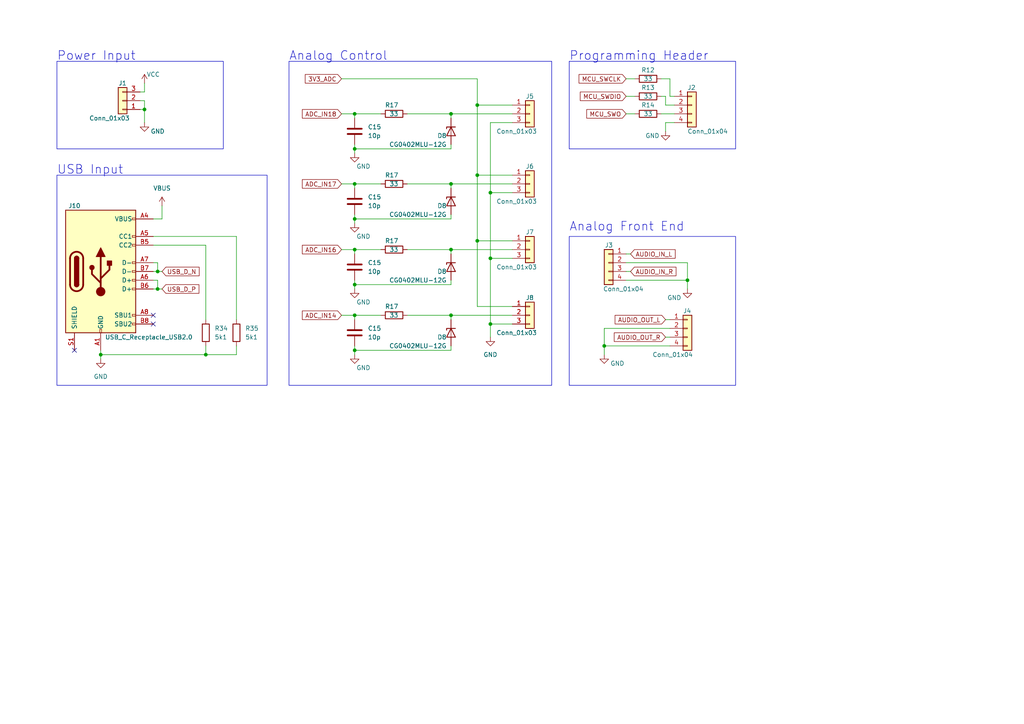
<source format=kicad_sch>
(kicad_sch (version 20230121) (generator eeschema)
  (paper "A4")
  (lib_symbols
    (symbol "Connector:USB_C_Receptacle_USB2.0" (pin_names (offset 1.016))
      (property "Reference" "J" (at -10.16 19.05 0))
      (property "Value" "USB_C_Receptacle_USB2.0" (at 19.05 19.05 0))
      (symbol "USB_C_Receptacle_USB2.0_0_0"
        (rectangle (start -0.254 -17.78) (end 0.254 -16.764))
        (rectangle (start 10.16 -14.986) (end 9.144 -15.494))
        (rectangle (start 10.16 -12.446) (end 9.144 -12.954))
        (rectangle (start 10.16 -4.826) (end 9.144 -5.334))
        (rectangle (start 10.16 -2.286) (end 9.144 -2.794))
        (rectangle (start 10.16 0.254) (end 9.144 -0.254))
        (rectangle (start 10.16 2.794) (end 9.144 2.286))
        (rectangle (start 10.16 7.874) (end 9.144 7.366))
        (rectangle (start 10.16 10.414) (end 9.144 9.906))
        (rectangle (start 10.16 15.494) (end 9.144 14.986))
      )
      (symbol "USB_C_Receptacle_USB2.0_0_1"
        (rectangle (start -10.16 17.78) (end 10.16 -17.78) (stroke (width 0.254)) (fill (type background)))
        (arc (start -8.89 -3.81) (mid -6.985 -5.7067) (end -5.08 -3.81) (stroke (width 0.508)))
        (arc (start -7.62 -3.81) (mid -6.985 -4.4423) (end -6.35 -3.81) (stroke (width 0.254)))
        (arc (start -7.62 -3.81) (mid -6.985 -4.4423) (end -6.35 -3.81) (stroke (width 0.254)) (fill (type outline)))
        (rectangle (start -7.62 -3.81) (end -6.35 3.81) (stroke (width 0.254)) (fill (type outline)))
        (arc (start -6.35 3.81) (mid -6.985 4.4423) (end -7.62 3.81) (stroke (width 0.254)))
        (arc (start -6.35 3.81) (mid -6.985 4.4423) (end -7.62 3.81) (stroke (width 0.254)) (fill (type outline)))
        (arc (start -5.08 3.81) (mid -6.985 5.7067) (end -8.89 3.81) (stroke (width 0.508)))
        (circle (center -2.54 1.143) (radius 0.635) (stroke (width 0.254)) (fill (type outline)))
        (circle (center 0 -5.842) (radius 1.27) (fill (type outline)))
        (polyline (pts (xy -8.89 -3.81) (xy -8.89 3.81)) (stroke (width 0.508)))
        (polyline (pts (xy -5.08 3.81) (xy -5.08 -3.81)) (stroke (width 0.508)))
        (polyline (pts (xy 0 -5.842) (xy 0 4.318)) (stroke (width 0.508)))
        (polyline (pts (xy 0 -3.302) (xy -2.54 -0.762) (xy -2.54 0.508)) (stroke (width 0.508)))
        (polyline (pts (xy 0 -2.032) (xy 2.54 0.508) (xy 2.54 1.778)) (stroke (width 0.508)))
        (polyline (pts (xy -1.27 4.318) (xy 0 6.858) (xy 1.27 4.318) (xy -1.27 4.318)) (stroke (width 0.254)) (fill (type outline)))
        (rectangle (start 1.905 1.778) (end 3.175 3.048) (stroke (width 0.254)) (fill (type outline)))
      )
      (symbol "USB_C_Receptacle_USB2.0_1_1"
        (pin passive line (at 0 -22.86 90) (length 5.08) (name "GND") (number "A1"))
        (pin passive line (at 0 -22.86 90) (length 5.08) hide (name "GND") (number "A12"))
        (pin passive line (at 15.24 15.24 180) (length 5.08) (name "VBUS") (number "A4"))
        (pin bidirectional line (at 15.24 10.16 180) (length 5.08) (name "CC1") (number "A5"))
        (pin bidirectional line (at 15.24 -2.54 180) (length 5.08) (name "D+") (number "A6"))
        (pin bidirectional line (at 15.24 2.54 180) (length 5.08) (name "D-") (number "A7"))
        (pin bidirectional line (at 15.24 -12.7 180) (length 5.08) (name "SBU1") (number "A8"))
        (pin passive line (at 15.24 15.24 180) (length 5.08) hide (name "VBUS") (number "A9"))
        (pin passive line (at 0 -22.86 90) (length 5.08) hide (name "GND") (number "B1"))
        (pin passive line (at 0 -22.86 90) (length 5.08) hide (name "GND") (number "B12"))
        (pin passive line (at 15.24 15.24 180) (length 5.08) hide (name "VBUS") (number "B4"))
        (pin bidirectional line (at 15.24 7.62 180) (length 5.08) (name "CC2") (number "B5"))
        (pin bidirectional line (at 15.24 -5.08 180) (length 5.08) (name "D+") (number "B6"))
        (pin bidirectional line (at 15.24 0 180) (length 5.08) (name "D-") (number "B7"))
        (pin bidirectional line (at 15.24 -15.24 180) (length 5.08) (name "SBU2") (number "B8"))
        (pin passive line (at 15.24 15.24 180) (length 5.08) hide (name "VBUS") (number "B9"))
        (pin passive line (at -7.62 -22.86 90) (length 5.08) (name "SHIELD") (number "S1"))
      )
    )
    (symbol "Connector_Generic:Conn_01x03" (pin_names (offset 1.016) hide)
      (property "Reference" "J" (at 0 5.08 0))
      (property "Value" "Conn_01x03" (at 0 -5.08 0))
      (symbol "Conn_01x03_1_1"
        (rectangle (start -1.27 -2.413) (end 0 -2.667) (stroke (width 0.1524)))
        (rectangle (start -1.27 0.127) (end 0 -0.127) (stroke (width 0.1524)))
        (rectangle (start -1.27 2.667) (end 0 2.413) (stroke (width 0.1524)))
        (rectangle (start -1.27 3.81) (end 1.27 -3.81) (stroke (width 0.254)) (fill (type background)))
        (pin passive line (at -5.08 2.54 0) (length 3.81) (name "Pin_1") (number "1"))
        (pin passive line (at -5.08 0 0) (length 3.81) (name "Pin_2") (number "2"))
        (pin passive line (at -5.08 -2.54 0) (length 3.81) (name "Pin_3") (number "3"))
      )
    )
    (symbol "Connector_Generic:Conn_01x04" (pin_names (offset 1.016) hide)
      (property "Reference" "J" (at 0 5.08 0))
      (property "Value" "Conn_01x04" (at 0 -7.62 0))
      (symbol "Conn_01x04_1_1"
        (rectangle (start -1.27 -4.953) (end 0 -5.207) (stroke (width 0.1524)))
        (rectangle (start -1.27 -2.413) (end 0 -2.667) (stroke (width 0.1524)))
        (rectangle (start -1.27 0.127) (end 0 -0.127) (stroke (width 0.1524)))
        (rectangle (start -1.27 2.667) (end 0 2.413) (stroke (width 0.1524)))
        (rectangle (start -1.27 3.81) (end 1.27 -6.35) (stroke (width 0.254)) (fill (type background)))
        (pin passive line (at -5.08 2.54 0) (length 3.81) (name "Pin_1") (number "1"))
        (pin passive line (at -5.08 0 0) (length 3.81) (name "Pin_2") (number "2"))
        (pin passive line (at -5.08 -2.54 0) (length 3.81) (name "Pin_3") (number "3"))
        (pin passive line (at -5.08 -5.08 0) (length 3.81) (name "Pin_4") (number "4"))
      )
    )
    (symbol "Device:C" (pin_numbers hide) (pin_names (offset 0.254))
      (property "Reference" "C" (at 0.635 2.54 0))
      (property "Value" "C" (at 0.635 -2.54 0))
      (symbol "C_0_1"
        (polyline (pts (xy -2.032 -0.762) (xy 2.032 -0.762)) (stroke (width 0.508)))
        (polyline (pts (xy -2.032 0.762) (xy 2.032 0.762)) (stroke (width 0.508)))
      )
      (symbol "C_1_1"
        (pin passive line (at 0 3.81 270) (length 2.794) (name "~") (number "1"))
        (pin passive line (at 0 -3.81 90) (length 2.794) (name "~") (number "2"))
      )
    )
    (symbol "Device:D_Zener" (pin_numbers hide) (pin_names (offset 1.016) hide)
      (property "Reference" "D" (at 0 2.54 0))
      (property "Value" "D_Zener" (at 0 -2.54 0))
      (symbol "D_Zener_0_1"
        (polyline (pts (xy 1.27 0) (xy -1.27 0)))
        (polyline (pts (xy -1.27 -1.27) (xy -1.27 1.27) (xy -0.762 1.27)) (stroke (width 0.254)))
        (polyline (pts (xy 1.27 -1.27) (xy 1.27 1.27) (xy -1.27 0) (xy 1.27 -1.27)) (stroke (width 0.254)))
      )
      (symbol "D_Zener_1_1"
        (pin passive line (at -3.81 0 0) (length 2.54) (name "K") (number "1"))
        (pin passive line (at 3.81 0 180) (length 2.54) (name "A") (number "2"))
      )
    )
    (symbol "Device:R" (pin_numbers hide) (pin_names (offset 0))
      (property "Reference" "R" (at 2.032 0 90))
      (property "Value" "R" (at 0 0 90))
      (symbol "R_0_1"
        (rectangle (start -1.016 -2.54) (end 1.016 2.54) (stroke (width 0.254)))
      )
      (symbol "R_1_1"
        (pin passive line (at 0 3.81 270) (length 1.27) (name "~") (number "1"))
        (pin passive line (at 0 -3.81 90) (length 1.27) (name "~") (number "2"))
      )
    )
    (symbol "power:GND" (power) (pin_names (offset 0))
      (property "Value" "GND" (at 0 -3.81 0))
      (symbol "GND_0_1"
        (polyline (pts (xy 0 0) (xy 0 -1.27) (xy 1.27 -1.27) (xy 0 -2.54) (xy -1.27 -1.27) (xy 0 -1.27)))
      )
      (symbol "GND_1_1"
        (pin power_in line (at 0 0 270) (length 0) hide (name "GND") (number "1"))
      )
    )
    (symbol "power:VBUS" (power) (pin_names (offset 0))
      (property "Value" "VBUS" (at 0 3.81 0))
      (symbol "VBUS_0_1"
        (polyline (pts (xy -0.762 1.27) (xy 0 2.54)))
        (polyline (pts (xy 0 0) (xy 0 2.54)))
        (polyline (pts (xy 0 2.54) (xy 0.762 1.27)))
      )
      (symbol "VBUS_1_1"
        (pin power_in line (at 0 0 90) (length 0) hide (name "VBUS") (number "1"))
      )
    )
    (symbol "power:VCC" (power) (pin_names (offset 0))
      (property "Value" "VCC" (at 0 3.81 0))
      (symbol "VCC_0_1"
        (polyline (pts (xy -0.762 1.27) (xy 0 2.54)))
        (polyline (pts (xy 0 0) (xy 0 2.54)))
        (polyline (pts (xy 0 2.54) (xy 0.762 1.27)))
      )
      (symbol "VCC_1_1"
        (pin power_in line (at 0 0 90) (length 0) hide (name "VCC") (number "1"))
      )
    )
  )
  (junction (at 102.87 33.02))
  (junction (at 138.43 50.8))
  (junction (at 175.26 100.33))
  (junction (at 130.81 72.39))
  (junction (at 102.87 43.18))
  (junction (at 130.81 91.44))
  (junction (at 130.81 33.02))
  (junction (at 45.72 83.82))
  (junction (at 138.43 30.48))
  (junction (at 102.87 101.6))
  (junction (at 102.87 53.34))
  (junction (at 29.21 102.87))
  (junction (at 59.69 102.87))
  (junction (at 41.91 31.75))
  (junction (at 199.39 81.28))
  (junction (at 142.24 55.88))
  (junction (at 142.24 74.93))
  (junction (at 142.24 93.98))
  (junction (at 102.87 72.39))
  (junction (at 102.87 82.55))
  (junction (at 102.87 63.5))
  (junction (at 130.81 53.34))
  (junction (at 45.72 78.74))
  (junction (at 102.87 91.44))
  (junction (at 138.43 69.85))
  (no_connect (at 21.59 101.6))
  (no_connect (at 44.45 93.98))
  (no_connect (at 44.45 91.44))
  (wire (pts (xy 142.24 74.93) (xy 148.59 74.93)))
  (wire (pts (xy 102.87 91.44) (xy 102.87 92.71)))
  (wire (pts (xy 193.04 35.56) (xy 193.04 38.1)))
  (wire (pts (xy 46.99 63.5) (xy 46.99 59.69)))
  (wire (pts (xy 44.45 83.82) (xy 45.72 83.82)))
  (wire (pts (xy 45.72 83.82) (xy 45.72 81.28)))
  (wire (pts (xy 130.81 72.39) (xy 118.11 72.39)))
  (wire (pts (xy 138.43 22.86) (xy 138.43 30.48)))
  (wire (pts (xy 102.87 41.91) (xy 102.87 43.18)))
  (wire (pts (xy 41.91 31.75) (xy 41.91 35.56)))
  (wire (pts (xy 142.24 74.93) (xy 142.24 93.98)))
  (wire (pts (xy 191.77 27.94) (xy 193.04 27.94)))
  (wire (pts (xy 182.88 73.66) (xy 181.61 73.66)))
  (wire (pts (xy 195.58 35.56) (xy 193.04 35.56)))
  (wire (pts (xy 59.69 71.12) (xy 59.69 92.71)))
  (wire (pts (xy 182.88 78.74) (xy 181.61 78.74)))
  (wire (pts (xy 40.64 31.75) (xy 41.91 31.75)))
  (wire (pts (xy 142.24 35.56) (xy 142.24 55.88)))
  (wire (pts (xy 44.45 68.58) (xy 68.58 68.58)))
  (wire (pts (xy 29.21 102.87) (xy 29.21 104.14)))
  (wire (pts (xy 99.06 33.02) (xy 102.87 33.02)))
  (wire (pts (xy 142.24 93.98) (xy 148.59 93.98)))
  (wire (pts (xy 102.87 72.39) (xy 102.87 73.66)))
  (wire (pts (xy 138.43 30.48) (xy 138.43 50.8)))
  (wire (pts (xy 130.81 72.39) (xy 148.59 72.39)))
  (wire (pts (xy 29.21 102.87) (xy 59.69 102.87)))
  (wire (pts (xy 45.72 78.74) (xy 46.99 78.74)))
  (wire (pts (xy 193.04 30.48) (xy 195.58 30.48)))
  (wire (pts (xy 130.81 91.44) (xy 130.81 92.71)))
  (wire (pts (xy 44.45 63.5) (xy 46.99 63.5)))
  (wire (pts (xy 130.81 91.44) (xy 148.59 91.44)))
  (wire (pts (xy 181.61 76.2) (xy 199.39 76.2)))
  (wire (pts (xy 110.49 33.02) (xy 102.87 33.02)))
  (wire (pts (xy 102.87 82.55) (xy 102.87 83.82)))
  (wire (pts (xy 99.06 72.39) (xy 102.87 72.39)))
  (wire (pts (xy 130.81 101.6) (xy 102.87 101.6)))
  (wire (pts (xy 175.26 100.33) (xy 175.26 102.87)))
  (wire (pts (xy 44.45 71.12) (xy 59.69 71.12)))
  (wire (pts (xy 44.45 78.74) (xy 45.72 78.74)))
  (wire (pts (xy 102.87 53.34) (xy 102.87 54.61)))
  (wire (pts (xy 194.31 22.86) (xy 194.31 27.94)))
  (wire (pts (xy 193.04 92.71) (xy 194.31 92.71)))
  (wire (pts (xy 102.87 100.33) (xy 102.87 101.6)))
  (wire (pts (xy 181.61 81.28) (xy 199.39 81.28)))
  (wire (pts (xy 110.49 53.34) (xy 102.87 53.34)))
  (wire (pts (xy 102.87 62.23) (xy 102.87 63.5)))
  (wire (pts (xy 110.49 91.44) (xy 102.87 91.44)))
  (wire (pts (xy 41.91 29.21) (xy 41.91 31.75)))
  (wire (pts (xy 130.81 72.39) (xy 130.81 73.66)))
  (wire (pts (xy 130.81 53.34) (xy 148.59 53.34)))
  (wire (pts (xy 130.81 33.02) (xy 118.11 33.02)))
  (wire (pts (xy 102.87 43.18) (xy 102.87 44.45)))
  (wire (pts (xy 191.77 33.02) (xy 195.58 33.02)))
  (wire (pts (xy 138.43 69.85) (xy 148.59 69.85)))
  (wire (pts (xy 130.81 81.28) (xy 130.81 82.55)))
  (wire (pts (xy 45.72 76.2) (xy 45.72 78.74)))
  (wire (pts (xy 59.69 100.33) (xy 59.69 102.87)))
  (wire (pts (xy 142.24 55.88) (xy 142.24 74.93)))
  (wire (pts (xy 130.81 100.33) (xy 130.81 101.6)))
  (wire (pts (xy 110.49 72.39) (xy 102.87 72.39)))
  (wire (pts (xy 130.81 53.34) (xy 118.11 53.34)))
  (wire (pts (xy 130.81 43.18) (xy 102.87 43.18)))
  (wire (pts (xy 29.21 101.6) (xy 29.21 102.87)))
  (wire (pts (xy 130.81 33.02) (xy 130.81 34.29)))
  (wire (pts (xy 59.69 102.87) (xy 68.58 102.87)))
  (wire (pts (xy 194.31 27.94) (xy 195.58 27.94)))
  (wire (pts (xy 99.06 53.34) (xy 102.87 53.34)))
  (wire (pts (xy 99.06 22.86) (xy 138.43 22.86)))
  (wire (pts (xy 181.61 22.86) (xy 184.15 22.86)))
  (wire (pts (xy 130.81 41.91) (xy 130.81 43.18)))
  (wire (pts (xy 138.43 50.8) (xy 138.43 69.85)))
  (wire (pts (xy 44.45 76.2) (xy 45.72 76.2)))
  (wire (pts (xy 148.59 35.56) (xy 142.24 35.56)))
  (wire (pts (xy 130.81 62.23) (xy 130.81 63.5)))
  (wire (pts (xy 181.61 33.02) (xy 184.15 33.02)))
  (wire (pts (xy 99.06 91.44) (xy 102.87 91.44)))
  (wire (pts (xy 130.81 82.55) (xy 102.87 82.55)))
  (wire (pts (xy 40.64 29.21) (xy 41.91 29.21)))
  (wire (pts (xy 41.91 24.13) (xy 41.91 26.67)))
  (wire (pts (xy 199.39 76.2) (xy 199.39 81.28)))
  (wire (pts (xy 68.58 100.33) (xy 68.58 102.87)))
  (wire (pts (xy 138.43 30.48) (xy 148.59 30.48)))
  (wire (pts (xy 130.81 63.5) (xy 102.87 63.5)))
  (wire (pts (xy 40.64 26.67) (xy 41.91 26.67)))
  (wire (pts (xy 181.61 27.94) (xy 184.15 27.94)))
  (wire (pts (xy 194.31 95.25) (xy 175.26 95.25)))
  (wire (pts (xy 148.59 33.02) (xy 130.81 33.02)))
  (wire (pts (xy 175.26 95.25) (xy 175.26 100.33)))
  (wire (pts (xy 138.43 69.85) (xy 138.43 88.9)))
  (wire (pts (xy 44.45 81.28) (xy 45.72 81.28)))
  (wire (pts (xy 130.81 91.44) (xy 118.11 91.44)))
  (wire (pts (xy 193.04 97.79) (xy 194.31 97.79)))
  (wire (pts (xy 68.58 68.58) (xy 68.58 92.71)))
  (wire (pts (xy 142.24 55.88) (xy 148.59 55.88)))
  (wire (pts (xy 199.39 81.28) (xy 199.39 83.82)))
  (wire (pts (xy 102.87 33.02) (xy 102.87 34.29)))
  (wire (pts (xy 102.87 81.28) (xy 102.87 82.55)))
  (wire (pts (xy 102.87 101.6) (xy 102.87 102.87)))
  (wire (pts (xy 138.43 50.8) (xy 148.59 50.8)))
  (wire (pts (xy 175.26 100.33) (xy 194.31 100.33)))
  (wire (pts (xy 191.77 22.86) (xy 194.31 22.86)))
  (wire (pts (xy 45.72 83.82) (xy 46.99 83.82)))
  (wire (pts (xy 142.24 93.98) (xy 142.24 97.79)))
  (wire (pts (xy 193.04 27.94) (xy 193.04 30.48)))
  (wire (pts (xy 102.87 63.5) (xy 102.87 64.77)))
  (wire (pts (xy 138.43 88.9) (xy 148.59 88.9)))
  (wire (pts (xy 130.81 53.34) (xy 130.81 54.61)))
  (rectangle (start 165.1 17.78) (end 213.36 43.18))
  (rectangle (start 83.82 17.78) (end 160.02 111.76))
  (rectangle (start 16.51 50.8) (end 77.47 111.76))
  (rectangle (start 165.1 68.58) (end 213.36 111.76))
  (rectangle (start 16.51 17.78) (end 64.77 43.18))
  (text "USB Input" (at 16.51 50.8 0) (effects (font (size 2.54 2.54)) (justify left bottom)))
  (text "Programming Header" (at 165.1 17.78 0) (effects (font (size 2.54 2.54)) (justify left bottom)))
  (text "Analog Front End\n" (at 165.1 67.31 0) (effects (font (size 2.54 2.54)) (justify left bottom)))
  (text "Analog Control" (at 83.82 17.78 0) (effects (font (size 2.54 2.54)) (justify left bottom)))
  (text "Power Input" (at 16.51 17.78 0) (effects (font (size 2.54 2.54)) (justify left bottom)))
  (global_label "3V3_ADC" (shape input) (at 99.06 22.86 180) (property "Intersheetrefs" "${INTERSHEET_REFS}" (effects hide)))
  (global_label "ADC_IN17" (shape input) (at 99.06 53.34 180) (property "Intersheetrefs" "${INTERSHEET_REFS}" (effects hide)))
  (global_label "AUDIO_OUT_R" (shape input) (at 193.04 97.79 180) (property "Intersheetrefs" "${INTERSHEET_REFS}" (effects hide)))
  (global_label "MCU_SWO" (shape input) (at 181.61 33.02 180) (property "Intersheetrefs" "${INTERSHEET_REFS}" (effects hide)))
  (global_label "MCU_SWDIO" (shape input) (at 181.61 27.94 180) (property "Intersheetrefs" "${INTERSHEET_REFS}" (effects hide)))
  (global_label "AUDIO_OUT_L" (shape input) (at 193.04 92.71 180) (property "Intersheetrefs" "${INTERSHEET_REFS}" (effects hide)))
  (global_label "MCU_SWCLK" (shape input) (at 181.61 22.86 180) (property "Intersheetrefs" "${INTERSHEET_REFS}" (effects hide)))
  (global_label "ADC_IN18" (shape input) (at 99.06 33.02 180) (property "Intersheetrefs" "${INTERSHEET_REFS}" (effects hide)))
  (global_label "AUDIO_IN_R" (shape input) (at 182.88 78.74 0) (property "Intersheetrefs" "${INTERSHEET_REFS}" (effects hide)))
  (global_label "ADC_IN16" (shape input) (at 99.06 72.39 180) (property "Intersheetrefs" "${INTERSHEET_REFS}" (effects hide)))
  (global_label "USB_D_P" (shape input) (at 46.99 83.82 0) (property "Intersheetrefs" "${INTERSHEET_REFS}" (effects hide)))
  (global_label "AUDIO_IN_L" (shape input) (at 182.88 73.66 0) (property "Intersheetrefs" "${INTERSHEET_REFS}" (effects hide)))
  (global_label "ADC_IN14" (shape input) (at 99.06 91.44 180) (property "Intersheetrefs" "${INTERSHEET_REFS}" (effects hide)))
  (global_label "USB_D_N" (shape input) (at 46.99 78.74 0) (property "Intersheetrefs" "${INTERSHEET_REFS}" (effects hide)))
  (symbol (lib_id "power:GND") (at 102.87 102.87 0) (unit 1)
    (property "Reference" "#PWR076" (effects hide))
    (property "Value" "GND" (at 105.41 106.68 0))
  )
  (symbol (lib_id "Device:R") (at 114.3 72.39 90) (unit 1)
    (property "Reference" "R17" (at 115.57 69.85 90) (effects (justify left)))
    (property "Value" "33" (at 115.57 72.39 90) (effects (justify left)))
    (property "Footprint" "Resistor_SMD:R_0402_1005Metric" (effects hide))
    (instances (project "dsp-tb" (path "" (reference "R17") (unit 1)) (path "" (reference "R39") (unit 1))))
  )
  (symbol (lib_id "Device:D_Zener") (at 130.81 77.47 90) (mirror x) (unit 1)
    (property "Reference" "D8" (at 129.54 78.74 90) (effects (justify left)))
    (property "Value" "CG0402MLU-12G" (at 129.54 81.28 90) (effects (justify left)))
    (property "Footprint" "Diode_SMD:D_0402_1005Metric" (effects hide))
    (instances (project "dsp-tb" (path "" (reference "D8") (unit 1)) (path "" (reference "D11") (unit 1))))
  )
  (symbol (lib_id "Device:R") (at 187.96 27.94 90) (unit 1)
    (property "Reference" "R13" (at 187.96 25.4 90))
    (property "Value" "33" (at 187.96 27.94 90))
    (property "Footprint" "Resistor_SMD:R_0402_1005Metric" (effects hide))
  )
  (symbol (lib_id "Connector_Generic:Conn_01x03") (at 35.56 29.21 180) (unit 1)
    (property "Reference" "J1" (at 35.56 24.13 0))
    (property "Value" "Conn_01x03" (at 31.75 34.29 0))
    (property "Footprint" "Connector_Molex:Molex_PicoBlade_53048-0310_1x03_P1.25mm_Horizontal" (effects hide))
  )
  (symbol (lib_id "Connector_Generic:Conn_01x03") (at 153.67 72.39 0) (unit 1)
    (property "Reference" "J7" (at 153.67 67.31 0))
    (property "Value" "Conn_01x03" (at 149.86 77.47 0))
    (property "Footprint" "Connector_Molex:Molex_PicoBlade_53048-0310_1x03_P1.25mm_Horizontal" (effects hide))
  )
  (symbol (lib_id "power:VCC") (at 41.91 24.13 0) (unit 1)
    (property "Reference" "#PWR017" (effects hide))
    (property "Value" "VCC" (at 44.45 21.59 0))
    (instances (project "dsp-tb" (path "" (reference "#PWR017") (unit 1)) (path "" (reference "#PWR016") (unit 1))))
  )
  (symbol (lib_id "power:GND") (at 175.26 102.87 0) (unit 1)
    (property "Reference" "#PWR037" (effects hide))
    (property "Value" "GND" (at 179.07 105.41 0))
    (instances (project "dsp-tb" (path "" (reference "#PWR037") (unit 1)) (path "" (reference "#PWR091") (unit 1))))
  )
  (symbol (lib_id "power:GND") (at 102.87 44.45 0) (unit 1)
    (property "Reference" "#PWR02" (effects hide))
    (property "Value" "GND" (at 105.41 48.26 0))
  )
  (symbol (lib_id "Device:C") (at 102.87 58.42 0) (unit 1)
    (property "Reference" "C15" (at 106.68 57.15 0) (effects (justify left)))
    (property "Value" "10p" (at 106.68 59.69 0) (effects (justify left)))
    (property "Footprint" "Capacitor_SMD:C_0402_1005Metric" (effects hide))
    (instances (project "dsp-tb" (path "" (reference "C15") (unit 1)) (path "" (reference "C42") (unit 1)) (path "" (reference "C64") (unit 1))))
  )
  (symbol (lib_id "Device:R") (at 114.3 91.44 90) (unit 1)
    (property "Reference" "R17" (at 115.57 88.9 90) (effects (justify left)))
    (property "Value" "33" (at 115.57 91.44 90) (effects (justify left)))
    (property "Footprint" "Resistor_SMD:R_0402_1005Metric" (effects hide))
    (instances (project "dsp-tb" (path "" (reference "R17") (unit 1)) (path "" (reference "R40") (unit 1))))
  )
  (symbol (lib_id "power:GND") (at 102.87 64.77 0) (unit 1)
    (property "Reference" "#PWR03" (effects hide))
    (property "Value" "GND" (at 105.41 68.58 0))
  )
  (symbol (lib_id "power:GND") (at 199.39 83.82 0) (unit 1)
    (property "Reference" "#PWR037" (effects hide))
    (property "Value" "GND" (at 195.58 86.36 0))
    (instances (project "dsp-tb" (path "" (reference "#PWR037") (unit 1)) (path "" (reference "#PWR090") (unit 1))))
  )
  (symbol (lib_id "power:VBUS") (at 46.99 59.69 0) (unit 1)
    (property "Reference" "#PWR067" (effects hide))
    (property "Value" "VBUS" (at 46.99 54.61 0))
  )
  (symbol (lib_id "Device:R") (at 114.3 53.34 90) (unit 1)
    (property "Reference" "R17" (at 115.57 50.8 90) (effects (justify left)))
    (property "Value" "33" (at 115.57 53.34 90) (effects (justify left)))
    (property "Footprint" "Resistor_SMD:R_0402_1005Metric" (effects hide))
    (instances (project "dsp-tb" (path "" (reference "R17") (unit 1)) (path "" (reference "R38") (unit 1))))
  )
  (symbol (lib_id "Connector_Generic:Conn_01x03") (at 153.67 53.34 0) (unit 1)
    (property "Reference" "J6" (at 153.67 48.26 0))
    (property "Value" "Conn_01x03" (at 149.86 58.42 0))
    (property "Footprint" "Connector_Molex:Molex_PicoBlade_53048-0310_1x03_P1.25mm_Horizontal" (effects hide))
  )
  (symbol (lib_id "Connector_Generic:Conn_01x04") (at 176.53 76.2 0) (mirror y) (unit 1)
    (property "Reference" "J3" (at 177.8 71.12 0) (effects (justify left)))
    (property "Value" "Conn_01x04" (at 186.69 83.82 0) (effects (justify left)))
    (property "Footprint" "Connector_Molex:Molex_PicoBlade_53048-0410_1x04_P1.25mm_Horizontal" (effects hide))
  )
  (symbol (lib_id "Device:C") (at 102.87 38.1 0) (unit 1)
    (property "Reference" "C15" (at 106.68 36.83 0) (effects (justify left)))
    (property "Value" "10p" (at 106.68 39.37 0) (effects (justify left)))
    (property "Footprint" "Capacitor_SMD:C_0402_1005Metric" (effects hide))
    (instances (project "dsp-tb" (path "" (reference "C15") (unit 1)) (path "" (reference "C42") (unit 1)) (path "" (reference "C63") (unit 1))))
  )
  (symbol (lib_id "Device:D_Zener") (at 130.81 58.42 90) (mirror x) (unit 1)
    (property "Reference" "D8" (at 129.54 59.69 90) (effects (justify left)))
    (property "Value" "CG0402MLU-12G" (at 129.54 62.23 90) (effects (justify left)))
    (property "Footprint" "Diode_SMD:D_0402_1005Metric" (effects hide))
    (instances (project "dsp-tb" (path "" (reference "D8") (unit 1)) (path "" (reference "D10") (unit 1))))
  )
  (symbol (lib_id "Device:R") (at 114.3 33.02 90) (unit 1)
    (property "Reference" "R17" (at 115.57 30.48 90) (effects (justify left)))
    (property "Value" "33" (at 115.57 33.02 90) (effects (justify left)))
    (property "Footprint" "Resistor_SMD:R_0402_1005Metric" (effects hide))
    (instances (project "dsp-tb" (path "" (reference "R17") (unit 1)) (path "" (reference "R37") (unit 1))))
  )
  (symbol (lib_id "Device:R") (at 59.69 96.52 0) (unit 1)
    (property "Reference" "R34" (at 62.23 95.25 0) (effects (justify left)))
    (property "Value" "5k1" (at 62.23 97.79 0) (effects (justify left)))
    (property "Footprint" "Resistor_SMD:R_0402_1005Metric" (effects hide))
  )
  (symbol (lib_id "Device:D_Zener") (at 130.81 96.52 90) (mirror x) (unit 1)
    (property "Reference" "D8" (at 129.54 97.79 90) (effects (justify left)))
    (property "Value" "CG0402MLU-12G" (at 129.54 100.33 90) (effects (justify left)))
    (property "Footprint" "Diode_SMD:D_0402_1005Metric" (effects hide))
    (instances (project "dsp-tb" (path "" (reference "D8") (unit 1)) (path "" (reference "D12") (unit 1))))
  )
  (symbol (lib_id "Device:R") (at 187.96 33.02 90) (unit 1)
    (property "Reference" "R14" (at 187.96 30.48 90))
    (property "Value" "33" (at 187.96 33.02 90))
    (property "Footprint" "Resistor_SMD:R_0402_1005Metric" (effects hide))
  )
  (symbol (lib_id "Connector_Generic:Conn_01x03") (at 153.67 33.02 0) (unit 1)
    (property "Reference" "J5" (at 153.67 27.94 0))
    (property "Value" "Conn_01x03" (at 149.86 38.1 0))
    (property "Footprint" "Connector_Molex:Molex_PicoBlade_53048-0310_1x03_P1.25mm_Horizontal" (effects hide))
  )
  (symbol (lib_id "Device:C") (at 102.87 96.52 0) (unit 1)
    (property "Reference" "C15" (at 106.68 95.25 0) (effects (justify left)))
    (property "Value" "10p" (at 106.68 97.79 0) (effects (justify left)))
    (property "Footprint" "Capacitor_SMD:C_0402_1005Metric" (effects hide))
    (instances (project "dsp-tb" (path "" (reference "C15") (unit 1)) (path "" (reference "C42") (unit 1)) (path "" (reference "C66") (unit 1))))
  )
  (symbol (lib_id "Device:C") (at 102.87 77.47 0) (unit 1)
    (property "Reference" "C15" (at 106.68 76.2 0) (effects (justify left)))
    (property "Value" "10p" (at 106.68 78.74 0) (effects (justify left)))
    (property "Footprint" "Capacitor_SMD:C_0402_1005Metric" (effects hide))
    (instances (project "dsp-tb" (path "" (reference "C15") (unit 1)) (path "" (reference "C42") (unit 1)) (path "" (reference "C65") (unit 1))))
  )
  (symbol (lib_id "Device:R") (at 68.58 96.52 0) (unit 1)
    (property "Reference" "R35" (at 71.12 95.25 0) (effects (justify left)))
    (property "Value" "5k1" (at 71.12 97.79 0) (effects (justify left)))
    (property "Footprint" "Resistor_SMD:R_0402_1005Metric" (effects hide))
  )
  (symbol (lib_id "Connector_Generic:Conn_01x04") (at 200.66 30.48 0) (unit 1)
    (property "Reference" "J2" (at 199.39 25.4 0) (effects (justify left)))
    (property "Value" "Conn_01x04" (at 199.39 38.1 0) (effects (justify left)))
    (property "Footprint" "Connector_PinHeader_2.54mm:PinHeader_1x04_P2.54mm_Vertical" (effects hide))
  )
  (symbol (lib_id "Device:D_Zener") (at 130.81 38.1 90) (mirror x) (unit 1)
    (property "Reference" "D8" (at 129.54 39.37 90) (effects (justify left)))
    (property "Value" "CG0402MLU-12G" (at 129.54 41.91 90) (effects (justify left)))
    (property "Footprint" "Diode_SMD:D_0402_1005Metric" (effects hide))
    (instances (project "dsp-tb" (path "" (reference "D8") (unit 1)) (path "" (reference "D9") (unit 1))))
  )
  (symbol (lib_id "Connector_Generic:Conn_01x04") (at 199.39 95.25 0) (unit 1)
    (property "Reference" "J4" (at 198.12 90.17 0) (effects (justify left)))
    (property "Value" "Conn_01x04" (at 189.23 102.87 0) (effects (justify left)))
    (property "Footprint" "Connector_Molex:Molex_PicoBlade_53048-0410_1x04_P1.25mm_Horizontal" (effects hide))
  )
  (symbol (lib_id "Connector:USB_C_Receptacle_USB2.0") (at 29.21 78.74 0) (unit 1)
    (property "Reference" "J10" (at 21.59 59.69 0))
    (property "Value" "USB_C_Receptacle_USB2.0" (at 43.18 97.79 0))
    (property "Footprint" "Connector_USB:USB_C_Receptacle_GCT_USB4085" (effects hide))
    (property "Datasheet" "https://www.usb.org/sites/default/files/documents/usb_type-c.zip" (effects hide))
  )
  (symbol (lib_id "power:GND") (at 193.04 38.1 0) (unit 1)
    (property "Reference" "#PWR037" (effects hide))
    (property "Value" "GND" (at 189.23 39.37 0))
  )
  (symbol (lib_id "power:GND") (at 41.91 35.56 0) (unit 1)
    (property "Reference" "#PWR016" (effects hide))
    (property "Value" "GND" (at 45.72 38.1 0))
    (instances (project "dsp-tb" (path "" (reference "#PWR016") (unit 1)) (path "" (reference "#PWR017") (unit 1))))
  )
  (symbol (lib_id "power:GND") (at 142.24 97.79 0) (unit 1)
    (property "Reference" "#PWR01" (effects hide))
    (property "Value" "GND" (at 142.24 102.87 0))
  )
  (symbol (lib_id "power:GND") (at 29.21 104.14 0) (unit 1)
    (property "Reference" "#PWR068" (effects hide))
    (property "Value" "GND" (at 29.21 109.22 0))
  )
  (symbol (lib_id "Connector_Generic:Conn_01x03") (at 153.67 91.44 0) (unit 1)
    (property "Reference" "J8" (at 153.67 86.36 0))
    (property "Value" "Conn_01x03" (at 149.86 96.52 0))
    (property "Footprint" "Connector_Molex:Molex_PicoBlade_53048-0310_1x03_P1.25mm_Horizontal" (effects hide))
  )
  (symbol (lib_id "Device:R") (at 187.96 22.86 90) (unit 1)
    (property "Reference" "R12" (at 187.96 20.32 90))
    (property "Value" "33" (at 187.96 22.86 90))
    (property "Footprint" "Resistor_SMD:R_0402_1005Metric" (effects hide))
  )
  (symbol (lib_id "power:GND") (at 102.87 83.82 0) (unit 1)
    (property "Reference" "#PWR074" (effects hide))
    (property "Value" "GND" (at 105.41 87.63 0))
  )
)
</source>
